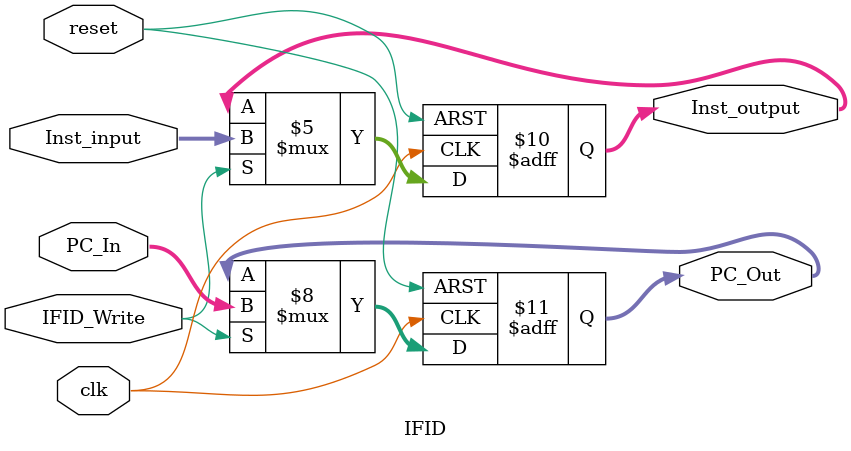
<source format=v>
module IFID(clk, reset, PC_In, Inst_input,	Inst_output, PC_Out, IFID_Write);
  
  input wire clk;
  input reset;
  input wire [63:0] PC_In;
  input  [31:0] Inst_input;
  input IFID_Write;
  output reg [31:0]Inst_output;
  output reg [63:0] PC_Out;
  
  always @ (posedge clk or posedge reset)
    begin
    if (reset == 1'b1)
      begin
         PC_Out <= 0; 
         Inst_output <= 0;
      end
    else if (~IFID_Write) 
        begin
          PC_Out <= PC_Out;
          Inst_output <= Inst_output;
        end
     else 
       begin
         PC_Out = PC_In;
         Inst_output <= Inst_input;
       end
    end
endmodule

</source>
